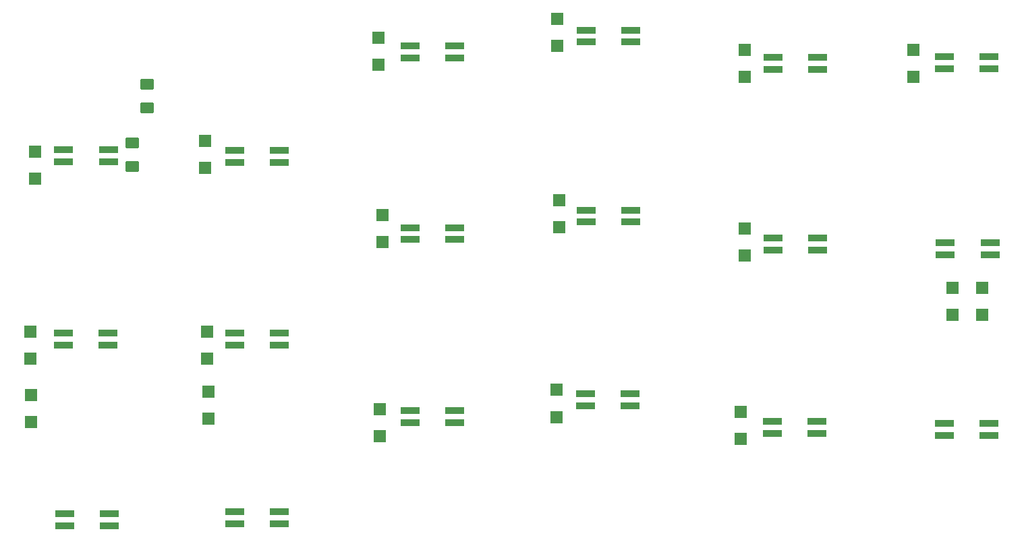
<source format=gbr>
G04 #@! TF.GenerationSoftware,KiCad,Pcbnew,(6.0.0)*
G04 #@! TF.CreationDate,2022-01-24T15:56:27+01:00*
G04 #@! TF.ProjectId,flex,666c6578-2e6b-4696-9361-645f70636258,rev?*
G04 #@! TF.SameCoordinates,Original*
G04 #@! TF.FileFunction,Paste,Top*
G04 #@! TF.FilePolarity,Positive*
%FSLAX46Y46*%
G04 Gerber Fmt 4.6, Leading zero omitted, Abs format (unit mm)*
G04 Created by KiCad (PCBNEW (6.0.0)) date 2022-01-24 15:56:27*
%MOMM*%
%LPD*%
G01*
G04 APERTURE LIST*
G04 Aperture macros list*
%AMRoundRect*
0 Rectangle with rounded corners*
0 $1 Rounding radius*
0 $2 $3 $4 $5 $6 $7 $8 $9 X,Y pos of 4 corners*
0 Add a 4 corners polygon primitive as box body*
4,1,4,$2,$3,$4,$5,$6,$7,$8,$9,$2,$3,0*
0 Add four circle primitives for the rounded corners*
1,1,$1+$1,$2,$3*
1,1,$1+$1,$4,$5*
1,1,$1+$1,$6,$7*
1,1,$1+$1,$8,$9*
0 Add four rect primitives between the rounded corners*
20,1,$1+$1,$2,$3,$4,$5,0*
20,1,$1+$1,$4,$5,$6,$7,0*
20,1,$1+$1,$6,$7,$8,$9,0*
20,1,$1+$1,$8,$9,$2,$3,0*%
G04 Aperture macros list end*
%ADD10R,1.524000X1.524000*%
%ADD11R,2.400000X0.820000*%
%ADD12RoundRect,0.250001X-0.624999X0.462499X-0.624999X-0.462499X0.624999X-0.462499X0.624999X0.462499X0*%
G04 APERTURE END LIST*
D10*
X37325200Y-86864400D03*
X37325200Y-83464400D03*
D11*
X157055999Y-73067998D03*
X151455999Y-73067998D03*
X151455999Y-71567998D03*
X157055999Y-71567998D03*
D10*
X125825200Y-119564400D03*
X125825200Y-116164400D03*
X102875200Y-70214400D03*
X102875200Y-66814400D03*
D11*
X46640000Y-130480000D03*
X41040000Y-130480000D03*
X41040000Y-128980000D03*
X46640000Y-128980000D03*
X90006000Y-94517999D03*
X84406000Y-94517999D03*
X84406000Y-93017999D03*
X90006000Y-93017999D03*
D10*
X59084000Y-117006000D03*
X59084000Y-113606000D03*
X80875200Y-94864400D03*
X80875200Y-91464400D03*
D12*
X51350000Y-74982500D03*
X51350000Y-77957500D03*
D10*
X103071482Y-92945200D03*
X103071482Y-89545200D03*
X36725200Y-109514400D03*
X36725200Y-106114400D03*
D11*
X135556000Y-95818000D03*
X129956000Y-95818000D03*
X129956000Y-94318000D03*
X135556000Y-94318000D03*
X67965999Y-107747999D03*
X62365999Y-107747999D03*
X62365999Y-106247999D03*
X67965999Y-106247999D03*
X111981000Y-115367999D03*
X106381000Y-115367999D03*
X106381000Y-113867999D03*
X111981000Y-113867999D03*
X112056000Y-69717999D03*
X106456000Y-69717999D03*
X106456000Y-68217999D03*
X112056000Y-68217999D03*
D10*
X80375200Y-72564400D03*
X80375200Y-69164400D03*
D12*
X49510000Y-82412500D03*
X49510000Y-85387500D03*
D10*
X126375200Y-96514400D03*
X126375200Y-93114400D03*
X58675200Y-85514400D03*
X58675200Y-82114400D03*
D11*
X46450000Y-107760000D03*
X40850000Y-107760000D03*
X40850000Y-106260000D03*
X46450000Y-106260000D03*
D10*
X80575200Y-119214400D03*
X80575200Y-115814400D03*
D11*
X90006000Y-117517999D03*
X84406000Y-117517999D03*
X84406000Y-116017999D03*
X90006000Y-116017999D03*
D10*
X126375200Y-74114400D03*
X126375200Y-70714400D03*
X102775200Y-116814400D03*
X102775200Y-113414400D03*
D11*
X157055999Y-119117998D03*
X151455999Y-119117998D03*
X151455999Y-117617998D03*
X157055999Y-117617998D03*
X157155999Y-96417998D03*
X151555999Y-96417998D03*
X151555999Y-94917998D03*
X157155999Y-94917998D03*
D10*
X36825200Y-117464400D03*
X36825200Y-114064400D03*
D11*
X112056000Y-92317999D03*
X106456000Y-92317999D03*
X106456000Y-90817999D03*
X112056000Y-90817999D03*
X67965999Y-84857999D03*
X62365999Y-84857999D03*
X62365999Y-83357999D03*
X67965999Y-83357999D03*
D10*
X156175200Y-103964400D03*
X156175200Y-100564400D03*
X58889893Y-109514400D03*
X58889893Y-106114400D03*
D11*
X46500000Y-84760000D03*
X40900000Y-84760000D03*
X40900000Y-83260000D03*
X46500000Y-83260000D03*
X135456000Y-118868000D03*
X129856000Y-118868000D03*
X129856000Y-117368000D03*
X135456000Y-117368000D03*
D10*
X147525200Y-74064400D03*
X147525200Y-70664400D03*
X152425200Y-103964400D03*
X152425200Y-100564400D03*
D11*
X67965200Y-130204400D03*
X62365200Y-130204400D03*
X62365200Y-128704400D03*
X67965200Y-128704400D03*
X90006000Y-71717999D03*
X84406000Y-71717999D03*
X84406000Y-70217999D03*
X90006000Y-70217999D03*
X135556000Y-73118000D03*
X129956000Y-73118000D03*
X129956000Y-71618000D03*
X135556000Y-71618000D03*
M02*

</source>
